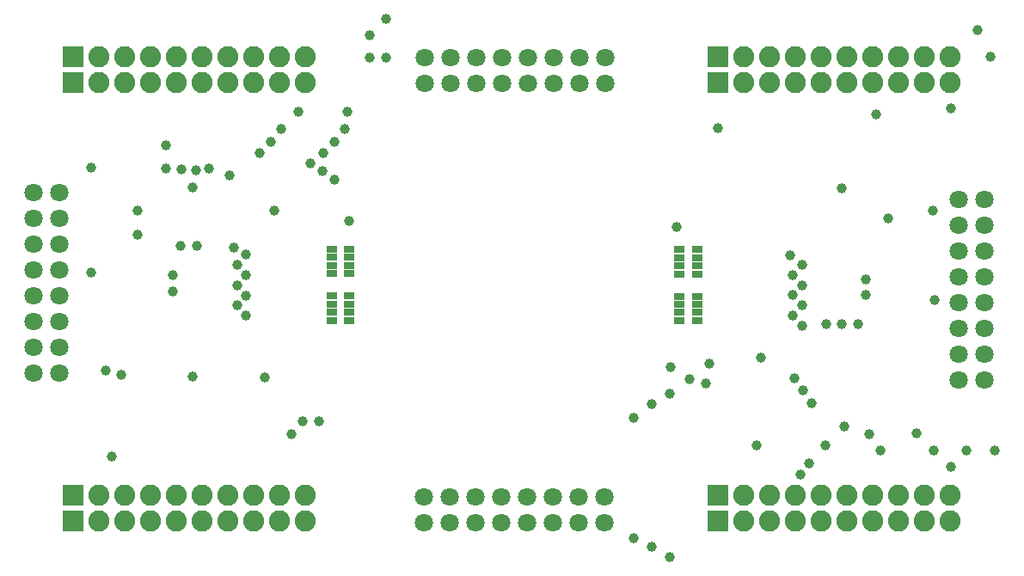
<source format=gbs>
G04 Layer_Color=16711935*
%FSLAX44Y44*%
%MOMM*%
G71*
G01*
G75*
%ADD32R,1.0900X0.6400*%
%ADD34R,2.0828X2.0828*%
%ADD35C,2.0828*%
%ADD36C,1.8032*%
%ADD37C,1.0032*%
D32*
X322800Y315300D02*
D03*
Y307300D02*
D03*
Y323300D02*
D03*
Y331300D02*
D03*
X339800Y307300D02*
D03*
Y315300D02*
D03*
Y331300D02*
D03*
Y323300D02*
D03*
X322800Y269300D02*
D03*
Y261300D02*
D03*
Y277300D02*
D03*
Y285300D02*
D03*
X339800Y261300D02*
D03*
Y269300D02*
D03*
Y285300D02*
D03*
Y277300D02*
D03*
X682500Y323000D02*
D03*
Y331000D02*
D03*
Y315000D02*
D03*
Y307000D02*
D03*
X665500Y331000D02*
D03*
Y323000D02*
D03*
Y307000D02*
D03*
Y315000D02*
D03*
X682500Y277000D02*
D03*
Y285000D02*
D03*
Y269000D02*
D03*
Y261000D02*
D03*
X665500Y285000D02*
D03*
Y277000D02*
D03*
Y261000D02*
D03*
Y269000D02*
D03*
D34*
X703200Y88900D02*
D03*
Y495300D02*
D03*
Y63500D02*
D03*
Y520700D02*
D03*
X68200Y88900D02*
D03*
Y495300D02*
D03*
Y63500D02*
D03*
Y520700D02*
D03*
D35*
X728600Y88900D02*
D03*
X754000D02*
D03*
X779400D02*
D03*
X804800D02*
D03*
X830200D02*
D03*
X855600D02*
D03*
X881000D02*
D03*
X906400D02*
D03*
X931800D02*
D03*
X728600Y495300D02*
D03*
X754000D02*
D03*
X779400D02*
D03*
X804800D02*
D03*
X830200D02*
D03*
X855600D02*
D03*
X881000D02*
D03*
X906400D02*
D03*
X931800D02*
D03*
X728600Y63500D02*
D03*
X754000D02*
D03*
X779400D02*
D03*
X804800D02*
D03*
X830200D02*
D03*
X855600D02*
D03*
X881000D02*
D03*
X906400D02*
D03*
X931800D02*
D03*
X728600Y520700D02*
D03*
X754000D02*
D03*
X779400D02*
D03*
X804800D02*
D03*
X830200D02*
D03*
X855600D02*
D03*
X881000D02*
D03*
X906400D02*
D03*
X931800D02*
D03*
X93600Y88900D02*
D03*
X119000D02*
D03*
X144400D02*
D03*
X169800D02*
D03*
X195200D02*
D03*
X220600D02*
D03*
X246000D02*
D03*
X271400D02*
D03*
X296800D02*
D03*
X93600Y495300D02*
D03*
X119000D02*
D03*
X144400D02*
D03*
X169800D02*
D03*
X195200D02*
D03*
X220600D02*
D03*
X246000D02*
D03*
X271400D02*
D03*
X296800D02*
D03*
X93600Y63500D02*
D03*
X119000D02*
D03*
X144400D02*
D03*
X169800D02*
D03*
X195200D02*
D03*
X220600D02*
D03*
X246000D02*
D03*
X271400D02*
D03*
X296800D02*
D03*
X93600Y520700D02*
D03*
X119000D02*
D03*
X144400D02*
D03*
X169800D02*
D03*
X195200D02*
D03*
X220600D02*
D03*
X246000D02*
D03*
X271400D02*
D03*
X296800D02*
D03*
D36*
X413800Y87000D02*
D03*
X439200D02*
D03*
X464600D02*
D03*
X515400D02*
D03*
X490000D02*
D03*
X540800D02*
D03*
X591600D02*
D03*
X566200D02*
D03*
Y61600D02*
D03*
X591600D02*
D03*
X540800D02*
D03*
X490000D02*
D03*
X515400D02*
D03*
X464600D02*
D03*
X413800D02*
D03*
X439200D02*
D03*
X54700Y235100D02*
D03*
Y209700D02*
D03*
Y260500D02*
D03*
Y311300D02*
D03*
Y285900D02*
D03*
Y336700D02*
D03*
Y387500D02*
D03*
Y362100D02*
D03*
X29300D02*
D03*
Y387500D02*
D03*
Y336700D02*
D03*
Y285900D02*
D03*
Y311300D02*
D03*
Y260500D02*
D03*
Y235100D02*
D03*
Y209700D02*
D03*
X965700Y228100D02*
D03*
Y202700D02*
D03*
Y253500D02*
D03*
Y304300D02*
D03*
Y278900D02*
D03*
Y329700D02*
D03*
Y380500D02*
D03*
Y355100D02*
D03*
X940300D02*
D03*
Y380500D02*
D03*
Y329700D02*
D03*
Y278900D02*
D03*
Y304300D02*
D03*
Y253500D02*
D03*
Y228100D02*
D03*
Y202700D02*
D03*
X592300Y494300D02*
D03*
X566900D02*
D03*
X541500D02*
D03*
X490700D02*
D03*
X516100D02*
D03*
X465300D02*
D03*
X414500D02*
D03*
X439900D02*
D03*
Y519700D02*
D03*
X414500D02*
D03*
X465300D02*
D03*
X516100D02*
D03*
X490700D02*
D03*
X541500D02*
D03*
X592300D02*
D03*
X566900D02*
D03*
D37*
X859000Y464000D02*
D03*
X100000Y212000D02*
D03*
X116000Y208000D02*
D03*
X336000Y450000D02*
D03*
X273000D02*
D03*
X315000Y426000D02*
D03*
X302000Y416000D02*
D03*
X326000Y437000D02*
D03*
X189000Y409000D02*
D03*
X160000Y411000D02*
D03*
X976000Y133000D02*
D03*
X948000D02*
D03*
X916000D02*
D03*
X828000Y157000D02*
D03*
X793000Y120000D02*
D03*
X899000Y150000D02*
D03*
X263000Y437000D02*
D03*
X175300Y410000D02*
D03*
X675000Y203000D02*
D03*
X252000Y426000D02*
D03*
X186000Y392000D02*
D03*
X202000Y411000D02*
D03*
X222000Y404000D02*
D03*
X314000Y408000D02*
D03*
X326000Y400000D02*
D03*
X620000Y165000D02*
D03*
X638000Y179000D02*
D03*
X656000Y189000D02*
D03*
X779000Y204000D02*
D03*
X787000Y192000D02*
D03*
X795500Y179500D02*
D03*
X849000Y286000D02*
D03*
X376000Y558000D02*
D03*
X360000Y542000D02*
D03*
Y520000D02*
D03*
X376000Y520000D02*
D03*
X166800Y305800D02*
D03*
X166800Y289800D02*
D03*
X174300Y334300D02*
D03*
X190300Y334300D02*
D03*
X238800Y305800D02*
D03*
X229800Y315800D02*
D03*
X238800Y285800D02*
D03*
X229800Y295800D02*
D03*
Y275800D02*
D03*
X238800Y265800D02*
D03*
X777000Y266000D02*
D03*
X786000Y256000D02*
D03*
X777000Y286000D02*
D03*
X786000Y276000D02*
D03*
X777000Y306000D02*
D03*
X786000Y296000D02*
D03*
Y316000D02*
D03*
X849000Y302000D02*
D03*
X841500Y257500D02*
D03*
X825500Y257500D02*
D03*
X863000Y133000D02*
D03*
X852000Y149000D02*
D03*
X933000Y117000D02*
D03*
X917000Y281000D02*
D03*
X657000Y215000D02*
D03*
X691000Y199000D02*
D03*
X695000Y219000D02*
D03*
X745500Y224500D02*
D03*
X703000Y451000D02*
D03*
X871000Y362000D02*
D03*
X915000Y369000D02*
D03*
X825500Y391500D02*
D03*
X774000Y325000D02*
D03*
X809500Y257500D02*
D03*
X959000Y547000D02*
D03*
X972000Y520700D02*
D03*
X86000Y308000D02*
D03*
X310000Y162000D02*
D03*
X294000D02*
D03*
X283000Y149000D02*
D03*
X186000Y206000D02*
D03*
X339800Y358800D02*
D03*
X266000Y369000D02*
D03*
X257000Y205000D02*
D03*
X338000Y467000D02*
D03*
X290000D02*
D03*
X160000Y434000D02*
D03*
X86000Y412000D02*
D03*
X238800Y325800D02*
D03*
X226800Y332800D02*
D03*
X656000Y28000D02*
D03*
X638000Y38000D02*
D03*
X620000Y47000D02*
D03*
X132000Y346000D02*
D03*
Y369000D02*
D03*
X933000Y470000D02*
D03*
X663000Y353000D02*
D03*
X106000Y127000D02*
D03*
X784700Y109000D02*
D03*
X809000Y138000D02*
D03*
X741000Y138000D02*
D03*
M02*

</source>
